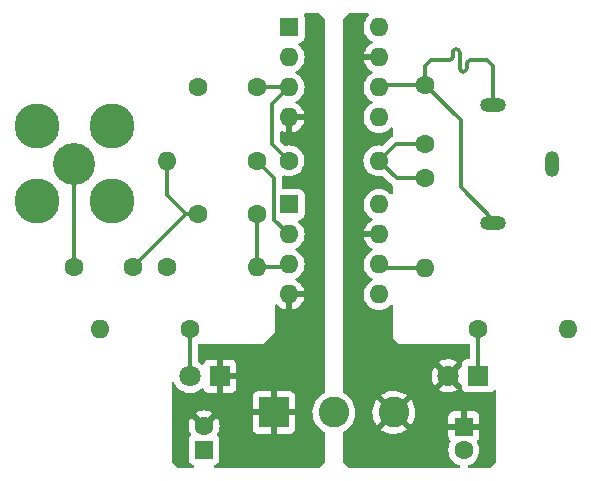
<source format=gtl>
%TF.GenerationSoftware,KiCad,Pcbnew,(6.0.7-1)-1*%
%TF.CreationDate,2022-08-15T15:41:10-06:00*%
%TF.ProjectId,bpf,6270662e-6b69-4636-9164-5f7063625858,1*%
%TF.SameCoordinates,Original*%
%TF.FileFunction,Copper,L1,Top*%
%TF.FilePolarity,Positive*%
%FSLAX46Y46*%
G04 Gerber Fmt 4.6, Leading zero omitted, Abs format (unit mm)*
G04 Created by KiCad (PCBNEW (6.0.7-1)-1) date 2022-08-15 15:41:10*
%MOMM*%
%LPD*%
G01*
G04 APERTURE LIST*
%TA.AperFunction,ComponentPad*%
%ADD10C,1.600000*%
%TD*%
%TA.AperFunction,ComponentPad*%
%ADD11O,1.600000X1.600000*%
%TD*%
%TA.AperFunction,ComponentPad*%
%ADD12R,2.600000X2.600000*%
%TD*%
%TA.AperFunction,ComponentPad*%
%ADD13C,2.600000*%
%TD*%
%TA.AperFunction,ComponentPad*%
%ADD14R,1.800000X1.800000*%
%TD*%
%TA.AperFunction,ComponentPad*%
%ADD15C,1.800000*%
%TD*%
%TA.AperFunction,ComponentPad*%
%ADD16R,1.600000X1.600000*%
%TD*%
%TA.AperFunction,ComponentPad*%
%ADD17C,3.556000*%
%TD*%
%TA.AperFunction,ComponentPad*%
%ADD18C,3.810000*%
%TD*%
%TA.AperFunction,ComponentPad*%
%ADD19O,2.200000X1.200000*%
%TD*%
%TA.AperFunction,ComponentPad*%
%ADD20O,1.200000X2.200000*%
%TD*%
%TA.AperFunction,Conductor*%
%ADD21C,0.300000*%
%TD*%
G04 APERTURE END LIST*
D10*
X96250000Y-103500000D03*
D11*
X88630000Y-103500000D03*
D12*
X97665000Y-124805000D03*
D13*
X102745000Y-124805000D03*
X107825000Y-124805000D03*
D10*
X88630000Y-112500000D03*
D11*
X96250000Y-112500000D03*
D14*
X114965000Y-121705000D03*
D15*
X112425000Y-121705000D03*
D10*
X96250000Y-108000000D03*
X91250000Y-108000000D03*
D16*
X91750000Y-127955112D03*
D10*
X91750000Y-125955112D03*
D16*
X98950000Y-107200000D03*
D11*
X98950000Y-109740000D03*
X98950000Y-112280000D03*
X98950000Y-114820000D03*
X106570000Y-114820000D03*
X106570000Y-112280000D03*
X106570000Y-109740000D03*
X106570000Y-107200000D03*
D10*
X110500000Y-102050000D03*
X110500000Y-97050000D03*
X114940000Y-117750000D03*
D11*
X122560000Y-117750000D03*
D10*
X98940000Y-103500000D03*
D11*
X106560000Y-103500000D03*
D10*
X110500000Y-105000000D03*
D11*
X110500000Y-112620000D03*
D16*
X113750000Y-126000000D03*
D10*
X113750000Y-128000000D03*
D14*
X93085000Y-121750000D03*
D15*
X90545000Y-121750000D03*
D17*
X80750000Y-103750000D03*
D18*
X83925000Y-100575000D03*
X77575000Y-100575000D03*
X83925000Y-106925000D03*
X77575000Y-106925000D03*
D10*
X91250000Y-97250000D03*
X96250000Y-97250000D03*
D19*
X116250000Y-108750000D03*
D20*
X121250000Y-103750000D03*
D19*
X116250000Y-98750000D03*
D10*
X90560000Y-117750000D03*
D11*
X82940000Y-117750000D03*
D10*
X85750000Y-112500000D03*
X80750000Y-112500000D03*
D16*
X98950000Y-92200000D03*
D11*
X98950000Y-94740000D03*
X98950000Y-97280000D03*
X98950000Y-99820000D03*
X106570000Y-99820000D03*
X106570000Y-97280000D03*
X106570000Y-94740000D03*
X106570000Y-92200000D03*
D21*
X88630000Y-103500000D02*
X88630000Y-106380000D01*
X85750000Y-112500000D02*
X90250000Y-108000000D01*
X90250000Y-108000000D02*
X91250000Y-108000000D01*
X88630000Y-106380000D02*
X90250000Y-108000000D01*
X98920000Y-97250000D02*
X98950000Y-97280000D01*
X97500000Y-98730000D02*
X98950000Y-97280000D01*
X96250000Y-97250000D02*
X98920000Y-97250000D01*
X98940000Y-103500000D02*
X97500000Y-102060000D01*
X97500000Y-102060000D02*
X97500000Y-98730000D01*
X115750000Y-95000000D02*
X116250000Y-95500000D01*
X113500000Y-100050000D02*
X110500000Y-97050000D01*
X112800000Y-94700000D02*
X112800000Y-94335410D01*
X106800000Y-97050000D02*
X106570000Y-97280000D01*
X110500000Y-97050000D02*
X110500000Y-95500000D01*
X110500000Y-95500000D02*
X111000000Y-95000000D01*
X116250000Y-108500000D02*
X113500000Y-105750000D01*
X114300000Y-95000000D02*
X115193198Y-95000000D01*
X110500000Y-97050000D02*
X106800000Y-97050000D01*
X116250000Y-95500000D02*
X116250000Y-98750000D01*
X116250000Y-108750000D02*
X116250000Y-108500000D01*
X113400000Y-94335410D02*
X113400000Y-94700000D01*
X111000000Y-95000000D02*
X112500000Y-95000000D01*
X114000000Y-95664590D02*
X114000000Y-95300000D01*
X115193198Y-95000000D02*
X115750000Y-95000000D01*
X113400000Y-94700000D02*
X113400000Y-95664590D01*
X113500000Y-105750000D02*
X113500000Y-100050000D01*
X113399990Y-94335410D02*
G75*
G03*
X113100000Y-94035410I-299990J10D01*
G01*
X114300000Y-95000000D02*
G75*
G03*
X114000000Y-95300000I0J-300000D01*
G01*
X113100000Y-94035400D02*
G75*
G03*
X112800000Y-94335410I0J-300000D01*
G01*
X113999990Y-95664590D02*
G75*
G02*
X113700000Y-95964590I-299990J-10D01*
G01*
X113700000Y-95964600D02*
G75*
G02*
X113400000Y-95664590I0J300000D01*
G01*
X112800000Y-94700000D02*
G75*
G02*
X112500000Y-95000000I-300000J0D01*
G01*
X110500000Y-105000000D02*
X108060000Y-105000000D01*
X110500000Y-102050000D02*
X108010000Y-102050000D01*
X108010000Y-102050000D02*
X106560000Y-103500000D01*
X108060000Y-105000000D02*
X106560000Y-103500000D01*
X80750000Y-103500000D02*
X80750000Y-112500000D01*
X96250000Y-112500000D02*
X98730000Y-112500000D01*
X98730000Y-112500000D02*
X98950000Y-112280000D01*
X96250000Y-108000000D02*
X96250000Y-112500000D01*
X114965000Y-117775000D02*
X114940000Y-117750000D01*
X114965000Y-121705000D02*
X114965000Y-117775000D01*
X90545000Y-121750000D02*
X90545000Y-117765000D01*
X90545000Y-117765000D02*
X90560000Y-117750000D01*
X106910000Y-112620000D02*
X106570000Y-112280000D01*
X96250000Y-103500000D02*
X97700000Y-104950000D01*
X110500000Y-112620000D02*
X106910000Y-112620000D01*
X97700000Y-108490000D02*
X98950000Y-109740000D01*
X97700000Y-104950000D02*
X97700000Y-108490000D01*
%TA.AperFunction,Conductor*%
G36*
X105674933Y-91028502D02*
G01*
X105721426Y-91082158D01*
X105731530Y-91152432D01*
X105702036Y-91217012D01*
X105695907Y-91223595D01*
X105563802Y-91355700D01*
X105432477Y-91543251D01*
X105430154Y-91548233D01*
X105430151Y-91548238D01*
X105338039Y-91745775D01*
X105335716Y-91750757D01*
X105276457Y-91971913D01*
X105256502Y-92200000D01*
X105276457Y-92428087D01*
X105335716Y-92649243D01*
X105338039Y-92654224D01*
X105338039Y-92654225D01*
X105430151Y-92851762D01*
X105430154Y-92851767D01*
X105432477Y-92856749D01*
X105563802Y-93044300D01*
X105725700Y-93206198D01*
X105730208Y-93209355D01*
X105730211Y-93209357D01*
X105808389Y-93264098D01*
X105913251Y-93337523D01*
X105918233Y-93339846D01*
X105918238Y-93339849D01*
X105953049Y-93356081D01*
X106006334Y-93402998D01*
X106025795Y-93471275D01*
X106005253Y-93539235D01*
X105953049Y-93584471D01*
X105918489Y-93600586D01*
X105908993Y-93606069D01*
X105730533Y-93731028D01*
X105722125Y-93738084D01*
X105568084Y-93892125D01*
X105561028Y-93900533D01*
X105436069Y-94078993D01*
X105430586Y-94088489D01*
X105338510Y-94285947D01*
X105334764Y-94296239D01*
X105288606Y-94468503D01*
X105288942Y-94482599D01*
X105296884Y-94486000D01*
X106698000Y-94486000D01*
X106766121Y-94506002D01*
X106812614Y-94559658D01*
X106824000Y-94612000D01*
X106824000Y-94868000D01*
X106803998Y-94936121D01*
X106750342Y-94982614D01*
X106698000Y-94994000D01*
X105302033Y-94994000D01*
X105288502Y-94997973D01*
X105287273Y-95006522D01*
X105334764Y-95183761D01*
X105338510Y-95194053D01*
X105430586Y-95391511D01*
X105436069Y-95401007D01*
X105561028Y-95579467D01*
X105568084Y-95587875D01*
X105722125Y-95741916D01*
X105730533Y-95748972D01*
X105908993Y-95873931D01*
X105918489Y-95879414D01*
X105953049Y-95895529D01*
X106006334Y-95942446D01*
X106025795Y-96010723D01*
X106005253Y-96078683D01*
X105953049Y-96123919D01*
X105918238Y-96140151D01*
X105918233Y-96140154D01*
X105913251Y-96142477D01*
X105808389Y-96215902D01*
X105730211Y-96270643D01*
X105730208Y-96270645D01*
X105725700Y-96273802D01*
X105563802Y-96435700D01*
X105560645Y-96440208D01*
X105560643Y-96440211D01*
X105520283Y-96497851D01*
X105432477Y-96623251D01*
X105430154Y-96628233D01*
X105430151Y-96628238D01*
X105339840Y-96821913D01*
X105335716Y-96830757D01*
X105276457Y-97051913D01*
X105256502Y-97280000D01*
X105276457Y-97508087D01*
X105335716Y-97729243D01*
X105338039Y-97734224D01*
X105338039Y-97734225D01*
X105430151Y-97931762D01*
X105430154Y-97931767D01*
X105432477Y-97936749D01*
X105435634Y-97941257D01*
X105549142Y-98103363D01*
X105563802Y-98124300D01*
X105725700Y-98286198D01*
X105730208Y-98289355D01*
X105730211Y-98289357D01*
X105767096Y-98315184D01*
X105913251Y-98417523D01*
X105918233Y-98419846D01*
X105918238Y-98419849D01*
X105952457Y-98435805D01*
X106005742Y-98482722D01*
X106025203Y-98550999D01*
X106004661Y-98618959D01*
X105952457Y-98664195D01*
X105918238Y-98680151D01*
X105918233Y-98680154D01*
X105913251Y-98682477D01*
X105894504Y-98695604D01*
X105730211Y-98810643D01*
X105730208Y-98810645D01*
X105725700Y-98813802D01*
X105563802Y-98975700D01*
X105432477Y-99163251D01*
X105430154Y-99168233D01*
X105430151Y-99168238D01*
X105409024Y-99213546D01*
X105335716Y-99370757D01*
X105276457Y-99591913D01*
X105256502Y-99820000D01*
X105276457Y-100048087D01*
X105277881Y-100053400D01*
X105277881Y-100053402D01*
X105293707Y-100112463D01*
X105335716Y-100269243D01*
X105338039Y-100274224D01*
X105338039Y-100274225D01*
X105430151Y-100471762D01*
X105430154Y-100471767D01*
X105432477Y-100476749D01*
X105563802Y-100664300D01*
X105725700Y-100826198D01*
X105730208Y-100829355D01*
X105730211Y-100829357D01*
X105808389Y-100884098D01*
X105913251Y-100957523D01*
X105918233Y-100959846D01*
X105918238Y-100959849D01*
X106098278Y-101043802D01*
X106120757Y-101054284D01*
X106126065Y-101055706D01*
X106126067Y-101055707D01*
X106336598Y-101112119D01*
X106336600Y-101112119D01*
X106341913Y-101113543D01*
X106570000Y-101133498D01*
X106798087Y-101113543D01*
X106803400Y-101112119D01*
X106803402Y-101112119D01*
X107013933Y-101055707D01*
X107013935Y-101055706D01*
X107019243Y-101054284D01*
X107041722Y-101043802D01*
X107221762Y-100959849D01*
X107221767Y-100959846D01*
X107226749Y-100957523D01*
X107331611Y-100884098D01*
X107409789Y-100829357D01*
X107409792Y-100829355D01*
X107414300Y-100826198D01*
X107534905Y-100705593D01*
X107597217Y-100671567D01*
X107668032Y-100676632D01*
X107724868Y-100719179D01*
X107749679Y-100785699D01*
X107750000Y-100794688D01*
X107750000Y-101362132D01*
X107729998Y-101430253D01*
X107689813Y-101467772D01*
X107690244Y-101468365D01*
X107683830Y-101473025D01*
X107652874Y-101495516D01*
X107642952Y-101502033D01*
X107610023Y-101521507D01*
X107610019Y-101521510D01*
X107603193Y-101525547D01*
X107588029Y-101540711D01*
X107572996Y-101553551D01*
X107555643Y-101566159D01*
X107527021Y-101600757D01*
X107526198Y-101601752D01*
X107518208Y-101610532D01*
X106945364Y-102183376D01*
X106883052Y-102217402D01*
X106823659Y-102215988D01*
X106793405Y-102207882D01*
X106788087Y-102206457D01*
X106560000Y-102186502D01*
X106331913Y-102206457D01*
X106326600Y-102207881D01*
X106326598Y-102207881D01*
X106116067Y-102264293D01*
X106116065Y-102264294D01*
X106110757Y-102265716D01*
X106105776Y-102268039D01*
X106105775Y-102268039D01*
X105908238Y-102360151D01*
X105908233Y-102360154D01*
X105903251Y-102362477D01*
X105798389Y-102435902D01*
X105720211Y-102490643D01*
X105720208Y-102490645D01*
X105715700Y-102493802D01*
X105553802Y-102655700D01*
X105550645Y-102660208D01*
X105550643Y-102660211D01*
X105518057Y-102706749D01*
X105422477Y-102843251D01*
X105420154Y-102848233D01*
X105420151Y-102848238D01*
X105375682Y-102943604D01*
X105325716Y-103050757D01*
X105266457Y-103271913D01*
X105246502Y-103500000D01*
X105266457Y-103728087D01*
X105325716Y-103949243D01*
X105328039Y-103954224D01*
X105328039Y-103954225D01*
X105420151Y-104151762D01*
X105420154Y-104151767D01*
X105422477Y-104156749D01*
X105425634Y-104161257D01*
X105526345Y-104305087D01*
X105553802Y-104344300D01*
X105715700Y-104506198D01*
X105720208Y-104509355D01*
X105720211Y-104509357D01*
X105779337Y-104550757D01*
X105903251Y-104637523D01*
X105908233Y-104639846D01*
X105908238Y-104639849D01*
X106105775Y-104731961D01*
X106110757Y-104734284D01*
X106116065Y-104735706D01*
X106116067Y-104735707D01*
X106326598Y-104792119D01*
X106326600Y-104792119D01*
X106331913Y-104793543D01*
X106560000Y-104813498D01*
X106788087Y-104793543D01*
X106793400Y-104792119D01*
X106793402Y-104792119D01*
X106823657Y-104784012D01*
X106894633Y-104785702D01*
X106945363Y-104816623D01*
X107536345Y-105407604D01*
X107544336Y-105416386D01*
X107548584Y-105423080D01*
X107554363Y-105428507D01*
X107600274Y-105471621D01*
X107603083Y-105474343D01*
X107623667Y-105494926D01*
X107626791Y-105497349D01*
X107626793Y-105497351D01*
X107627163Y-105497638D01*
X107636191Y-105505348D01*
X107669867Y-105536972D01*
X107676813Y-105540790D01*
X107676815Y-105540792D01*
X107684698Y-105545125D01*
X107734758Y-105595469D01*
X107750000Y-105655541D01*
X107750000Y-106225312D01*
X107729998Y-106293433D01*
X107676342Y-106339926D01*
X107606068Y-106350030D01*
X107541488Y-106320536D01*
X107534905Y-106314407D01*
X107414300Y-106193802D01*
X107409792Y-106190645D01*
X107409789Y-106190643D01*
X107331611Y-106135902D01*
X107226749Y-106062477D01*
X107221767Y-106060154D01*
X107221762Y-106060151D01*
X107024225Y-105968039D01*
X107024224Y-105968039D01*
X107019243Y-105965716D01*
X107013935Y-105964294D01*
X107013933Y-105964293D01*
X106803402Y-105907881D01*
X106803400Y-105907881D01*
X106798087Y-105906457D01*
X106570000Y-105886502D01*
X106341913Y-105906457D01*
X106336600Y-105907881D01*
X106336598Y-105907881D01*
X106126067Y-105964293D01*
X106126065Y-105964294D01*
X106120757Y-105965716D01*
X106115776Y-105968039D01*
X106115775Y-105968039D01*
X105918238Y-106060151D01*
X105918233Y-106060154D01*
X105913251Y-106062477D01*
X105808389Y-106135902D01*
X105730211Y-106190643D01*
X105730208Y-106190645D01*
X105725700Y-106193802D01*
X105563802Y-106355700D01*
X105432477Y-106543251D01*
X105430154Y-106548233D01*
X105430151Y-106548238D01*
X105338039Y-106745775D01*
X105335716Y-106750757D01*
X105276457Y-106971913D01*
X105256502Y-107200000D01*
X105276457Y-107428087D01*
X105335716Y-107649243D01*
X105338039Y-107654224D01*
X105338039Y-107654225D01*
X105430151Y-107851762D01*
X105430154Y-107851767D01*
X105432477Y-107856749D01*
X105435634Y-107861257D01*
X105548460Y-108022389D01*
X105563802Y-108044300D01*
X105725700Y-108206198D01*
X105730208Y-108209355D01*
X105730211Y-108209357D01*
X105808389Y-108264098D01*
X105913251Y-108337523D01*
X105918233Y-108339846D01*
X105918238Y-108339849D01*
X105953049Y-108356081D01*
X106006334Y-108402998D01*
X106025795Y-108471275D01*
X106005253Y-108539235D01*
X105953049Y-108584471D01*
X105918489Y-108600586D01*
X105908993Y-108606069D01*
X105730533Y-108731028D01*
X105722125Y-108738084D01*
X105568084Y-108892125D01*
X105561028Y-108900533D01*
X105436069Y-109078993D01*
X105430586Y-109088489D01*
X105338510Y-109285947D01*
X105334764Y-109296239D01*
X105288606Y-109468503D01*
X105288942Y-109482599D01*
X105296884Y-109486000D01*
X106698000Y-109486000D01*
X106766121Y-109506002D01*
X106812614Y-109559658D01*
X106824000Y-109612000D01*
X106824000Y-109868000D01*
X106803998Y-109936121D01*
X106750342Y-109982614D01*
X106698000Y-109994000D01*
X105302033Y-109994000D01*
X105288502Y-109997973D01*
X105287273Y-110006522D01*
X105334764Y-110183761D01*
X105338510Y-110194053D01*
X105430586Y-110391511D01*
X105436069Y-110401007D01*
X105561028Y-110579467D01*
X105568084Y-110587875D01*
X105722125Y-110741916D01*
X105730533Y-110748972D01*
X105908993Y-110873931D01*
X105918489Y-110879414D01*
X105953049Y-110895529D01*
X106006334Y-110942446D01*
X106025795Y-111010723D01*
X106005253Y-111078683D01*
X105953049Y-111123919D01*
X105918238Y-111140151D01*
X105918233Y-111140154D01*
X105913251Y-111142477D01*
X105808389Y-111215902D01*
X105730211Y-111270643D01*
X105730208Y-111270645D01*
X105725700Y-111273802D01*
X105563802Y-111435700D01*
X105432477Y-111623251D01*
X105430154Y-111628233D01*
X105430151Y-111628238D01*
X105361389Y-111775700D01*
X105335716Y-111830757D01*
X105276457Y-112051913D01*
X105256502Y-112280000D01*
X105276457Y-112508087D01*
X105335716Y-112729243D01*
X105338039Y-112734224D01*
X105338039Y-112734225D01*
X105430151Y-112931762D01*
X105430154Y-112931767D01*
X105432477Y-112936749D01*
X105435634Y-112941257D01*
X105525251Y-113069243D01*
X105563802Y-113124300D01*
X105725700Y-113286198D01*
X105730208Y-113289355D01*
X105730211Y-113289357D01*
X105747249Y-113301287D01*
X105913251Y-113417523D01*
X105918233Y-113419846D01*
X105918238Y-113419849D01*
X105952457Y-113435805D01*
X106005742Y-113482722D01*
X106025203Y-113550999D01*
X106004661Y-113618959D01*
X105952457Y-113664195D01*
X105918238Y-113680151D01*
X105918233Y-113680154D01*
X105913251Y-113682477D01*
X105808389Y-113755902D01*
X105730211Y-113810643D01*
X105730208Y-113810645D01*
X105725700Y-113813802D01*
X105563802Y-113975700D01*
X105432477Y-114163251D01*
X105430154Y-114168233D01*
X105430151Y-114168238D01*
X105338039Y-114365775D01*
X105335716Y-114370757D01*
X105276457Y-114591913D01*
X105256502Y-114820000D01*
X105276457Y-115048087D01*
X105335716Y-115269243D01*
X105338039Y-115274224D01*
X105338039Y-115274225D01*
X105430151Y-115471762D01*
X105430154Y-115471767D01*
X105432477Y-115476749D01*
X105563802Y-115664300D01*
X105725700Y-115826198D01*
X105730208Y-115829355D01*
X105730211Y-115829357D01*
X105808389Y-115884098D01*
X105913251Y-115957523D01*
X105918233Y-115959846D01*
X105918238Y-115959849D01*
X106115775Y-116051961D01*
X106120757Y-116054284D01*
X106126065Y-116055706D01*
X106126067Y-116055707D01*
X106336598Y-116112119D01*
X106336600Y-116112119D01*
X106341913Y-116113543D01*
X106570000Y-116133498D01*
X106798087Y-116113543D01*
X106803400Y-116112119D01*
X106803402Y-116112119D01*
X107013933Y-116055707D01*
X107013935Y-116055706D01*
X107019243Y-116054284D01*
X107024225Y-116051961D01*
X107221762Y-115959849D01*
X107221767Y-115959846D01*
X107226749Y-115957523D01*
X107331611Y-115884098D01*
X107409789Y-115829357D01*
X107409792Y-115829355D01*
X107414300Y-115826198D01*
X107534905Y-115705593D01*
X107597217Y-115671567D01*
X107668032Y-115676632D01*
X107724868Y-115719179D01*
X107749679Y-115785699D01*
X107750000Y-115794688D01*
X107750000Y-118500000D01*
X108250000Y-119000000D01*
X114180500Y-119000000D01*
X114248621Y-119020002D01*
X114295114Y-119073658D01*
X114306500Y-119126000D01*
X114306500Y-120170500D01*
X114286498Y-120238621D01*
X114232842Y-120285114D01*
X114180500Y-120296500D01*
X114016866Y-120296500D01*
X113954684Y-120303255D01*
X113818295Y-120354385D01*
X113701739Y-120441739D01*
X113614385Y-120558295D01*
X113563255Y-120694684D01*
X113556500Y-120756866D01*
X113556500Y-120880520D01*
X113536498Y-120948641D01*
X113519595Y-120969616D01*
X112797021Y-121692189D01*
X112789408Y-121706132D01*
X112789539Y-121707966D01*
X112793790Y-121714580D01*
X113519595Y-122440384D01*
X113553620Y-122502697D01*
X113556500Y-122529480D01*
X113556500Y-122653134D01*
X113563255Y-122715316D01*
X113614385Y-122851705D01*
X113701739Y-122968261D01*
X113818295Y-123055615D01*
X113954684Y-123106745D01*
X114016866Y-123113500D01*
X115913134Y-123113500D01*
X115975316Y-123106745D01*
X116111705Y-123055615D01*
X116228261Y-122968261D01*
X116273174Y-122908334D01*
X116330033Y-122865819D01*
X116400852Y-122860793D01*
X116463145Y-122894853D01*
X116497135Y-122957184D01*
X116500000Y-122983899D01*
X116500000Y-128947810D01*
X116479998Y-129015931D01*
X116463095Y-129036905D01*
X116045405Y-129454595D01*
X115983093Y-129488621D01*
X115956310Y-129491500D01*
X114196366Y-129491500D01*
X114128245Y-129471498D01*
X114081752Y-129417842D01*
X114071648Y-129347568D01*
X114101142Y-129282988D01*
X114163755Y-129243793D01*
X114193933Y-129235707D01*
X114193935Y-129235706D01*
X114199243Y-129234284D01*
X114204225Y-129231961D01*
X114401762Y-129139849D01*
X114401767Y-129139846D01*
X114406749Y-129137523D01*
X114580400Y-129015931D01*
X114589789Y-129009357D01*
X114589792Y-129009355D01*
X114594300Y-129006198D01*
X114756198Y-128844300D01*
X114887523Y-128656749D01*
X114889846Y-128651767D01*
X114889849Y-128651762D01*
X114981961Y-128454225D01*
X114981961Y-128454224D01*
X114984284Y-128449243D01*
X115043543Y-128228087D01*
X115063498Y-128000000D01*
X115043543Y-127771913D01*
X114984284Y-127550757D01*
X114981961Y-127545775D01*
X114889849Y-127348238D01*
X114889846Y-127348233D01*
X114887523Y-127343251D01*
X114884363Y-127338738D01*
X114883410Y-127337376D01*
X114883175Y-127336680D01*
X114881617Y-127333981D01*
X114882160Y-127333668D01*
X114860726Y-127270100D01*
X114878015Y-127201241D01*
X114900656Y-127175919D01*
X114899373Y-127174636D01*
X114918285Y-127155724D01*
X114994786Y-127053649D01*
X115003324Y-127038054D01*
X115048478Y-126917606D01*
X115052105Y-126902351D01*
X115057631Y-126851486D01*
X115058000Y-126844672D01*
X115058000Y-126272115D01*
X115053525Y-126256876D01*
X115052135Y-126255671D01*
X115044452Y-126254000D01*
X112460116Y-126254000D01*
X112444877Y-126258475D01*
X112443672Y-126259865D01*
X112442001Y-126267548D01*
X112442001Y-126844669D01*
X112442371Y-126851490D01*
X112447895Y-126902352D01*
X112451521Y-126917604D01*
X112496676Y-127038054D01*
X112505214Y-127053649D01*
X112581715Y-127155724D01*
X112600627Y-127174636D01*
X112598369Y-127176894D01*
X112631457Y-127221154D01*
X112636476Y-127291973D01*
X112618139Y-127333840D01*
X112618383Y-127333981D01*
X112617115Y-127336177D01*
X112616590Y-127337376D01*
X112615637Y-127338738D01*
X112612477Y-127343251D01*
X112610154Y-127348233D01*
X112610151Y-127348238D01*
X112518039Y-127545775D01*
X112515716Y-127550757D01*
X112456457Y-127771913D01*
X112436502Y-128000000D01*
X112456457Y-128228087D01*
X112515716Y-128449243D01*
X112518039Y-128454224D01*
X112518039Y-128454225D01*
X112610151Y-128651762D01*
X112610154Y-128651767D01*
X112612477Y-128656749D01*
X112743802Y-128844300D01*
X112905700Y-129006198D01*
X112910208Y-129009355D01*
X112910211Y-129009357D01*
X112919600Y-129015931D01*
X113093251Y-129137523D01*
X113098233Y-129139846D01*
X113098238Y-129139849D01*
X113295775Y-129231961D01*
X113300757Y-129234284D01*
X113306065Y-129235706D01*
X113306067Y-129235707D01*
X113336245Y-129243793D01*
X113396868Y-129280745D01*
X113427889Y-129344605D01*
X113419461Y-129415100D01*
X113374258Y-129469847D01*
X113303634Y-129491500D01*
X104043690Y-129491500D01*
X103975569Y-129471498D01*
X103954595Y-129454595D01*
X103536905Y-129036905D01*
X103502879Y-128974593D01*
X103500000Y-128947810D01*
X103500000Y-126532068D01*
X103520002Y-126463947D01*
X103574177Y-126418067D01*
X103573967Y-126417664D01*
X103575749Y-126416736D01*
X103576264Y-126416300D01*
X103578112Y-126415506D01*
X103578120Y-126415502D01*
X103582414Y-126413657D01*
X103701751Y-126339809D01*
X103807017Y-126274669D01*
X103807021Y-126274666D01*
X103810990Y-126272210D01*
X103837337Y-126249906D01*
X106744839Y-126249906D01*
X106753553Y-126261427D01*
X106860452Y-126339809D01*
X106868351Y-126344745D01*
X107097905Y-126465519D01*
X107106454Y-126469236D01*
X107351327Y-126554749D01*
X107360336Y-126557163D01*
X107615166Y-126605544D01*
X107624423Y-126606598D01*
X107883607Y-126616783D01*
X107892921Y-126616457D01*
X108150753Y-126588220D01*
X108159930Y-126586519D01*
X108410758Y-126520481D01*
X108419574Y-126517445D01*
X108657880Y-126415062D01*
X108666167Y-126410748D01*
X108886718Y-126274266D01*
X108894268Y-126268780D01*
X108899559Y-126264301D01*
X108907997Y-126251497D01*
X108901935Y-126241145D01*
X107837812Y-125177022D01*
X107823868Y-125169408D01*
X107822035Y-125169539D01*
X107815420Y-125173790D01*
X106751497Y-126237713D01*
X106744839Y-126249906D01*
X103837337Y-126249906D01*
X104016149Y-126098530D01*
X104193382Y-125896434D01*
X104200631Y-125885165D01*
X104336269Y-125674291D01*
X104338797Y-125670361D01*
X104449199Y-125425278D01*
X104486247Y-125293917D01*
X104520893Y-125171072D01*
X104520894Y-125171069D01*
X104522163Y-125166568D01*
X104556086Y-124899915D01*
X104556170Y-124896733D01*
X104557543Y-124844276D01*
X104558571Y-124805000D01*
X104555391Y-124762211D01*
X106012775Y-124762211D01*
X106025220Y-125021288D01*
X106026356Y-125030543D01*
X106076961Y-125284945D01*
X106079449Y-125293917D01*
X106167095Y-125538033D01*
X106170895Y-125546568D01*
X106293658Y-125775042D01*
X106298666Y-125782904D01*
X106368720Y-125876716D01*
X106379979Y-125885165D01*
X106392397Y-125878393D01*
X107452978Y-124817812D01*
X107459356Y-124806132D01*
X108189408Y-124806132D01*
X108189539Y-124807965D01*
X108193790Y-124814580D01*
X109261094Y-125881884D01*
X109273474Y-125888644D01*
X109281815Y-125882400D01*
X109381203Y-125727885D01*
X112442000Y-125727885D01*
X112446475Y-125743124D01*
X112447865Y-125744329D01*
X112455548Y-125746000D01*
X113477885Y-125746000D01*
X113493124Y-125741525D01*
X113494329Y-125740135D01*
X113496000Y-125732452D01*
X113496000Y-125727885D01*
X114004000Y-125727885D01*
X114008475Y-125743124D01*
X114009865Y-125744329D01*
X114017548Y-125746000D01*
X115039884Y-125746000D01*
X115055123Y-125741525D01*
X115056328Y-125740135D01*
X115057999Y-125732452D01*
X115057999Y-125155331D01*
X115057629Y-125148510D01*
X115052105Y-125097648D01*
X115048479Y-125082396D01*
X115003324Y-124961946D01*
X114994786Y-124946351D01*
X114918285Y-124844276D01*
X114905724Y-124831715D01*
X114803649Y-124755214D01*
X114788054Y-124746676D01*
X114667606Y-124701522D01*
X114652351Y-124697895D01*
X114601486Y-124692369D01*
X114594672Y-124692000D01*
X114022115Y-124692000D01*
X114006876Y-124696475D01*
X114005671Y-124697865D01*
X114004000Y-124705548D01*
X114004000Y-125727885D01*
X113496000Y-125727885D01*
X113496000Y-124710116D01*
X113491525Y-124694877D01*
X113490135Y-124693672D01*
X113482452Y-124692001D01*
X112905331Y-124692001D01*
X112898510Y-124692371D01*
X112847648Y-124697895D01*
X112832396Y-124701521D01*
X112711946Y-124746676D01*
X112696351Y-124755214D01*
X112594276Y-124831715D01*
X112581715Y-124844276D01*
X112505214Y-124946351D01*
X112496676Y-124961946D01*
X112451522Y-125082394D01*
X112447895Y-125097649D01*
X112442369Y-125148514D01*
X112442000Y-125155328D01*
X112442000Y-125727885D01*
X109381203Y-125727885D01*
X109415832Y-125674048D01*
X109420275Y-125665864D01*
X109526807Y-125429370D01*
X109529997Y-125420605D01*
X109600402Y-125170972D01*
X109602262Y-125161830D01*
X109635187Y-124903019D01*
X109635668Y-124896733D01*
X109637987Y-124808160D01*
X109637836Y-124801851D01*
X109618501Y-124541663D01*
X109617125Y-124532457D01*
X109559878Y-124279467D01*
X109557154Y-124270556D01*
X109463143Y-124028806D01*
X109459132Y-124020397D01*
X109330422Y-123795202D01*
X109325211Y-123787476D01*
X109281996Y-123732658D01*
X109270071Y-123724187D01*
X109258537Y-123730673D01*
X108197022Y-124792188D01*
X108189408Y-124806132D01*
X107459356Y-124806132D01*
X107460592Y-124803868D01*
X107460461Y-124802035D01*
X107456210Y-124795420D01*
X106390816Y-123730026D01*
X106377507Y-123722758D01*
X106367472Y-123729878D01*
X106351937Y-123748556D01*
X106346531Y-123756135D01*
X106211965Y-123977891D01*
X106207736Y-123986192D01*
X106107432Y-124225389D01*
X106104471Y-124234239D01*
X106040628Y-124485625D01*
X106039006Y-124494822D01*
X106013020Y-124752885D01*
X106012775Y-124762211D01*
X104555391Y-124762211D01*
X104538650Y-124536937D01*
X104537619Y-124532379D01*
X104480361Y-124279331D01*
X104480360Y-124279326D01*
X104479327Y-124274763D01*
X104381902Y-124024238D01*
X104248518Y-123790864D01*
X104201068Y-123730673D01*
X104182416Y-123707014D01*
X104082105Y-123579769D01*
X103886317Y-123395591D01*
X103831682Y-123357689D01*
X106742102Y-123357689D01*
X106746675Y-123367465D01*
X107812188Y-124432978D01*
X107826132Y-124440592D01*
X107827965Y-124440461D01*
X107834580Y-124436210D01*
X108899349Y-123371441D01*
X108905733Y-123359751D01*
X108896321Y-123347641D01*
X108749045Y-123245471D01*
X108741010Y-123240738D01*
X108508376Y-123126016D01*
X108499743Y-123122528D01*
X108252703Y-123043450D01*
X108243643Y-123041274D01*
X107987630Y-122999580D01*
X107978343Y-122998768D01*
X107718992Y-122995373D01*
X107709681Y-122995943D01*
X107452682Y-123030919D01*
X107443546Y-123032860D01*
X107194543Y-123105439D01*
X107185800Y-123108707D01*
X106950252Y-123217296D01*
X106942097Y-123221816D01*
X106751240Y-123346947D01*
X106742102Y-123357689D01*
X103831682Y-123357689D01*
X103729751Y-123286976D01*
X103669299Y-123245039D01*
X103669296Y-123245037D01*
X103665457Y-123242374D01*
X103570272Y-123195434D01*
X103518023Y-123147366D01*
X103500000Y-123082428D01*
X103500000Y-122866406D01*
X111628423Y-122866406D01*
X111633704Y-122873461D01*
X111810080Y-122976527D01*
X111819363Y-122980974D01*
X112026003Y-123059883D01*
X112035901Y-123062759D01*
X112252653Y-123106857D01*
X112262883Y-123108076D01*
X112483914Y-123116182D01*
X112494223Y-123115714D01*
X112713623Y-123087608D01*
X112723688Y-123085468D01*
X112935557Y-123021905D01*
X112945152Y-123018144D01*
X113143778Y-122920838D01*
X113152636Y-122915559D01*
X113210097Y-122874572D01*
X113218497Y-122863874D01*
X113211510Y-122850721D01*
X112437811Y-122077021D01*
X112423868Y-122069408D01*
X112422034Y-122069539D01*
X112415420Y-122073790D01*
X111635180Y-122854031D01*
X111628423Y-122866406D01*
X103500000Y-122866406D01*
X103500000Y-121675638D01*
X111012893Y-121675638D01*
X111025627Y-121896468D01*
X111027061Y-121906670D01*
X111075685Y-122122439D01*
X111078773Y-122132292D01*
X111161986Y-122337220D01*
X111166634Y-122346421D01*
X111255097Y-122490781D01*
X111265553Y-122500242D01*
X111274331Y-122496458D01*
X112052979Y-121717811D01*
X112060592Y-121703868D01*
X112060461Y-121702034D01*
X112056210Y-121695420D01*
X111278862Y-120918073D01*
X111267330Y-120911776D01*
X111255048Y-120921399D01*
X111199467Y-121002877D01*
X111194379Y-121011833D01*
X111101252Y-121212459D01*
X111097689Y-121222146D01*
X111038581Y-121435280D01*
X111036650Y-121445400D01*
X111013145Y-121665349D01*
X111012893Y-121675638D01*
X103500000Y-121675638D01*
X103500000Y-120545711D01*
X111630508Y-120545711D01*
X111637251Y-120558040D01*
X112412189Y-121332979D01*
X112426132Y-121340592D01*
X112427966Y-121340461D01*
X112434580Y-121336210D01*
X113213994Y-120556795D01*
X113221011Y-120543944D01*
X113213237Y-120533274D01*
X113210902Y-120531430D01*
X113202320Y-120525729D01*
X113008678Y-120418833D01*
X112999272Y-120414606D01*
X112790772Y-120340772D01*
X112780809Y-120338140D01*
X112563047Y-120299350D01*
X112552796Y-120298381D01*
X112331616Y-120295679D01*
X112321332Y-120296399D01*
X112102693Y-120329855D01*
X112092666Y-120332244D01*
X111882426Y-120400961D01*
X111872916Y-120404958D01*
X111676725Y-120507089D01*
X111668007Y-120512578D01*
X111638961Y-120534386D01*
X111630508Y-120545711D01*
X103500000Y-120545711D01*
X103500000Y-91552190D01*
X103520002Y-91484069D01*
X103536905Y-91463095D01*
X103954595Y-91045405D01*
X104016907Y-91011379D01*
X104043690Y-91008500D01*
X105606812Y-91008500D01*
X105674933Y-91028502D01*
G37*
%TD.AperFunction*%
%TA.AperFunction,Conductor*%
G36*
X101524431Y-91028502D02*
G01*
X101545405Y-91045405D01*
X101963095Y-91463095D01*
X101997121Y-91525407D01*
X102000000Y-91552190D01*
X102000000Y-123076273D01*
X101979998Y-123144394D01*
X101926751Y-123190699D01*
X101865763Y-123218815D01*
X101861854Y-123221378D01*
X101644881Y-123363631D01*
X101644876Y-123363635D01*
X101640968Y-123366197D01*
X101440426Y-123545188D01*
X101268544Y-123751854D01*
X101129096Y-123981656D01*
X101025148Y-124229545D01*
X100958981Y-124490077D01*
X100932050Y-124757526D01*
X100932274Y-124762192D01*
X100932274Y-124762197D01*
X100936830Y-124857035D01*
X100944947Y-125026019D01*
X100997388Y-125289656D01*
X101088220Y-125542646D01*
X101090432Y-125546762D01*
X101090433Y-125546765D01*
X101156844Y-125670361D01*
X101215450Y-125779431D01*
X101218241Y-125783168D01*
X101218245Y-125783175D01*
X101302820Y-125896434D01*
X101376281Y-125994810D01*
X101379590Y-125998090D01*
X101379595Y-125998096D01*
X101539374Y-126156486D01*
X101567180Y-126184050D01*
X101570942Y-126186808D01*
X101570945Y-126186811D01*
X101623338Y-126225227D01*
X101783954Y-126342995D01*
X101788089Y-126345171D01*
X101788093Y-126345173D01*
X101932668Y-126421238D01*
X101983640Y-126470658D01*
X102000000Y-126532746D01*
X102000000Y-128947810D01*
X101979998Y-129015931D01*
X101963095Y-129036905D01*
X101545405Y-129454595D01*
X101483093Y-129488621D01*
X101456310Y-129491500D01*
X92729458Y-129491500D01*
X92661337Y-129471498D01*
X92614844Y-129417842D01*
X92604740Y-129347568D01*
X92634234Y-129282988D01*
X92685228Y-129247518D01*
X92788297Y-129208879D01*
X92796705Y-129205727D01*
X92913261Y-129118373D01*
X93000615Y-129001817D01*
X93051745Y-128865428D01*
X93058500Y-128803246D01*
X93058500Y-127106978D01*
X93051745Y-127044796D01*
X93000615Y-126908407D01*
X92966292Y-126862610D01*
X92918645Y-126799034D01*
X92918642Y-126799031D01*
X92913261Y-126791851D01*
X92906081Y-126786470D01*
X92899730Y-126780119D01*
X92901872Y-126777977D01*
X92868436Y-126733266D01*
X92863406Y-126662448D01*
X92881523Y-126621077D01*
X92881182Y-126620880D01*
X92882952Y-126617814D01*
X92883299Y-126617022D01*
X92883929Y-126616123D01*
X92889414Y-126606623D01*
X92981490Y-126409165D01*
X92985236Y-126398873D01*
X93041625Y-126188424D01*
X93043528Y-126177631D01*
X93045974Y-126149669D01*
X95857001Y-126149669D01*
X95857371Y-126156490D01*
X95862895Y-126207352D01*
X95866521Y-126222604D01*
X95911676Y-126343054D01*
X95920214Y-126358649D01*
X95996715Y-126460724D01*
X96009276Y-126473285D01*
X96111351Y-126549786D01*
X96126946Y-126558324D01*
X96247394Y-126603478D01*
X96262649Y-126607105D01*
X96313514Y-126612631D01*
X96320328Y-126613000D01*
X97392885Y-126613000D01*
X97408124Y-126608525D01*
X97409329Y-126607135D01*
X97411000Y-126599452D01*
X97411000Y-126594884D01*
X97919000Y-126594884D01*
X97923475Y-126610123D01*
X97924865Y-126611328D01*
X97932548Y-126612999D01*
X99009669Y-126612999D01*
X99016490Y-126612629D01*
X99067352Y-126607105D01*
X99082604Y-126603479D01*
X99203054Y-126558324D01*
X99218649Y-126549786D01*
X99320724Y-126473285D01*
X99333285Y-126460724D01*
X99409786Y-126358649D01*
X99418324Y-126343054D01*
X99463478Y-126222606D01*
X99467105Y-126207351D01*
X99472631Y-126156486D01*
X99473000Y-126149672D01*
X99473000Y-125077115D01*
X99468525Y-125061876D01*
X99467135Y-125060671D01*
X99459452Y-125059000D01*
X97937115Y-125059000D01*
X97921876Y-125063475D01*
X97920671Y-125064865D01*
X97919000Y-125072548D01*
X97919000Y-126594884D01*
X97411000Y-126594884D01*
X97411000Y-125077115D01*
X97406525Y-125061876D01*
X97405135Y-125060671D01*
X97397452Y-125059000D01*
X95875116Y-125059000D01*
X95859877Y-125063475D01*
X95858672Y-125064865D01*
X95857001Y-125072548D01*
X95857001Y-126149669D01*
X93045974Y-126149669D01*
X93062517Y-125960587D01*
X93062517Y-125949637D01*
X93043528Y-125732593D01*
X93041625Y-125721800D01*
X92985236Y-125511351D01*
X92981490Y-125501059D01*
X92889414Y-125303601D01*
X92883931Y-125294106D01*
X92847491Y-125242064D01*
X92837012Y-125233688D01*
X92823566Y-125240756D01*
X91839095Y-126225227D01*
X91776783Y-126259253D01*
X91705968Y-126254188D01*
X91660905Y-126225227D01*
X90675713Y-125240035D01*
X90663938Y-125233605D01*
X90651923Y-125242901D01*
X90616069Y-125294106D01*
X90610586Y-125303601D01*
X90518510Y-125501059D01*
X90514764Y-125511351D01*
X90458375Y-125721800D01*
X90456472Y-125732593D01*
X90437483Y-125949637D01*
X90437483Y-125960587D01*
X90456472Y-126177631D01*
X90458375Y-126188424D01*
X90514764Y-126398873D01*
X90518510Y-126409165D01*
X90610586Y-126606623D01*
X90616071Y-126616123D01*
X90616701Y-126617022D01*
X90616856Y-126617482D01*
X90618818Y-126620880D01*
X90618135Y-126621274D01*
X90639388Y-126684296D01*
X90622102Y-126753156D01*
X90599066Y-126778915D01*
X90600270Y-126780119D01*
X90593919Y-126786470D01*
X90586739Y-126791851D01*
X90581358Y-126799031D01*
X90581355Y-126799034D01*
X90533708Y-126862610D01*
X90499385Y-126908407D01*
X90448255Y-127044796D01*
X90441500Y-127106978D01*
X90441500Y-128803246D01*
X90448255Y-128865428D01*
X90499385Y-129001817D01*
X90586739Y-129118373D01*
X90703295Y-129205727D01*
X90711703Y-129208879D01*
X90814772Y-129247518D01*
X90871536Y-129290160D01*
X90896236Y-129356721D01*
X90881029Y-129426070D01*
X90830743Y-129476188D01*
X90770542Y-129491500D01*
X89543690Y-129491500D01*
X89475569Y-129471498D01*
X89454595Y-129454595D01*
X89036905Y-129036905D01*
X89002879Y-128974593D01*
X89000000Y-128947810D01*
X89000000Y-124868100D01*
X91028576Y-124868100D01*
X91035644Y-124881546D01*
X91737188Y-125583090D01*
X91751132Y-125590704D01*
X91752965Y-125590573D01*
X91759580Y-125586322D01*
X92465077Y-124880825D01*
X92471507Y-124869050D01*
X92462211Y-124857035D01*
X92411006Y-124821181D01*
X92401511Y-124815698D01*
X92204053Y-124723622D01*
X92193761Y-124719876D01*
X91983312Y-124663487D01*
X91972519Y-124661584D01*
X91755475Y-124642595D01*
X91744525Y-124642595D01*
X91527481Y-124661584D01*
X91516688Y-124663487D01*
X91306239Y-124719876D01*
X91295947Y-124723622D01*
X91098489Y-124815698D01*
X91088994Y-124821181D01*
X91036952Y-124857621D01*
X91028576Y-124868100D01*
X89000000Y-124868100D01*
X89000000Y-124532885D01*
X95857000Y-124532885D01*
X95861475Y-124548124D01*
X95862865Y-124549329D01*
X95870548Y-124551000D01*
X97392885Y-124551000D01*
X97408124Y-124546525D01*
X97409329Y-124545135D01*
X97411000Y-124537452D01*
X97411000Y-124532885D01*
X97919000Y-124532885D01*
X97923475Y-124548124D01*
X97924865Y-124549329D01*
X97932548Y-124551000D01*
X99454884Y-124551000D01*
X99470123Y-124546525D01*
X99471328Y-124545135D01*
X99472999Y-124537452D01*
X99472999Y-123460331D01*
X99472629Y-123453510D01*
X99467105Y-123402648D01*
X99463479Y-123387396D01*
X99418324Y-123266946D01*
X99409786Y-123251351D01*
X99333285Y-123149276D01*
X99320724Y-123136715D01*
X99218649Y-123060214D01*
X99203054Y-123051676D01*
X99082606Y-123006522D01*
X99067351Y-123002895D01*
X99016486Y-122997369D01*
X99009672Y-122997000D01*
X97937115Y-122997000D01*
X97921876Y-123001475D01*
X97920671Y-123002865D01*
X97919000Y-123010548D01*
X97919000Y-124532885D01*
X97411000Y-124532885D01*
X97411000Y-123015116D01*
X97406525Y-122999877D01*
X97405135Y-122998672D01*
X97397452Y-122997001D01*
X96320331Y-122997001D01*
X96313510Y-122997371D01*
X96262648Y-123002895D01*
X96247396Y-123006521D01*
X96126946Y-123051676D01*
X96111351Y-123060214D01*
X96009276Y-123136715D01*
X95996715Y-123149276D01*
X95920214Y-123251351D01*
X95911676Y-123266946D01*
X95866522Y-123387394D01*
X95862895Y-123402649D01*
X95857369Y-123453514D01*
X95857000Y-123460328D01*
X95857000Y-124532885D01*
X89000000Y-124532885D01*
X89000000Y-122334308D01*
X89020002Y-122266187D01*
X89073658Y-122219694D01*
X89143932Y-122209590D01*
X89208512Y-122239084D01*
X89242743Y-122286904D01*
X89283484Y-122387237D01*
X89404501Y-122584719D01*
X89556147Y-122759784D01*
X89734349Y-122907730D01*
X89934322Y-123024584D01*
X90150694Y-123107209D01*
X90155760Y-123108240D01*
X90155761Y-123108240D01*
X90208846Y-123119040D01*
X90377656Y-123153385D01*
X90508324Y-123158176D01*
X90603949Y-123161683D01*
X90603953Y-123161683D01*
X90609113Y-123161872D01*
X90614233Y-123161216D01*
X90614235Y-123161216D01*
X90713668Y-123148478D01*
X90838847Y-123132442D01*
X90843795Y-123130957D01*
X90843802Y-123130956D01*
X91055747Y-123067369D01*
X91060690Y-123065886D01*
X91072268Y-123060214D01*
X91264049Y-122966262D01*
X91264052Y-122966260D01*
X91268684Y-122963991D01*
X91457243Y-122829494D01*
X91460898Y-122825852D01*
X91460906Y-122825845D01*
X91502697Y-122784199D01*
X91565068Y-122750282D01*
X91635875Y-122755470D01*
X91692637Y-122798116D01*
X91709619Y-122829218D01*
X91731677Y-122888056D01*
X91740214Y-122903649D01*
X91816715Y-123005724D01*
X91829276Y-123018285D01*
X91931351Y-123094786D01*
X91946946Y-123103324D01*
X92067394Y-123148478D01*
X92082649Y-123152105D01*
X92133514Y-123157631D01*
X92140328Y-123158000D01*
X92812885Y-123158000D01*
X92828124Y-123153525D01*
X92829329Y-123152135D01*
X92831000Y-123144452D01*
X92831000Y-123139884D01*
X93339000Y-123139884D01*
X93343475Y-123155123D01*
X93344865Y-123156328D01*
X93352548Y-123157999D01*
X94029669Y-123157999D01*
X94036490Y-123157629D01*
X94087352Y-123152105D01*
X94102604Y-123148479D01*
X94223054Y-123103324D01*
X94238649Y-123094786D01*
X94340724Y-123018285D01*
X94353285Y-123005724D01*
X94429786Y-122903649D01*
X94438324Y-122888054D01*
X94483478Y-122767606D01*
X94487105Y-122752351D01*
X94492631Y-122701486D01*
X94493000Y-122694672D01*
X94493000Y-122022115D01*
X94488525Y-122006876D01*
X94487135Y-122005671D01*
X94479452Y-122004000D01*
X93357115Y-122004000D01*
X93341876Y-122008475D01*
X93340671Y-122009865D01*
X93339000Y-122017548D01*
X93339000Y-123139884D01*
X92831000Y-123139884D01*
X92831000Y-121477885D01*
X93339000Y-121477885D01*
X93343475Y-121493124D01*
X93344865Y-121494329D01*
X93352548Y-121496000D01*
X94474884Y-121496000D01*
X94490123Y-121491525D01*
X94491328Y-121490135D01*
X94492999Y-121482452D01*
X94492999Y-120805331D01*
X94492629Y-120798510D01*
X94487105Y-120747648D01*
X94483479Y-120732396D01*
X94438324Y-120611946D01*
X94429786Y-120596351D01*
X94353285Y-120494276D01*
X94340724Y-120481715D01*
X94238649Y-120405214D01*
X94223054Y-120396676D01*
X94102606Y-120351522D01*
X94087351Y-120347895D01*
X94036486Y-120342369D01*
X94029672Y-120342000D01*
X93357115Y-120342000D01*
X93341876Y-120346475D01*
X93340671Y-120347865D01*
X93339000Y-120355548D01*
X93339000Y-121477885D01*
X92831000Y-121477885D01*
X92831000Y-120360116D01*
X92826525Y-120344877D01*
X92825135Y-120343672D01*
X92817452Y-120342001D01*
X92140331Y-120342001D01*
X92133510Y-120342371D01*
X92082648Y-120347895D01*
X92067396Y-120351521D01*
X91946946Y-120396676D01*
X91931351Y-120405214D01*
X91829276Y-120481715D01*
X91816715Y-120494276D01*
X91740214Y-120596351D01*
X91731675Y-120611948D01*
X91710934Y-120667275D01*
X91668293Y-120724040D01*
X91601731Y-120748740D01*
X91532383Y-120733533D01*
X91509388Y-120716909D01*
X91508887Y-120716358D01*
X91327123Y-120572810D01*
X91268605Y-120540506D01*
X91218636Y-120490075D01*
X91203500Y-120430199D01*
X91203500Y-119126000D01*
X91223502Y-119057879D01*
X91277158Y-119011386D01*
X91329500Y-119000000D01*
X96750000Y-119000000D01*
X97750000Y-118000000D01*
X97750000Y-115773981D01*
X97770002Y-115705860D01*
X97823658Y-115659367D01*
X97893932Y-115649263D01*
X97958512Y-115678757D01*
X97965095Y-115684886D01*
X98102125Y-115821916D01*
X98110533Y-115828972D01*
X98288993Y-115953931D01*
X98298489Y-115959414D01*
X98495947Y-116051490D01*
X98506239Y-116055236D01*
X98678503Y-116101394D01*
X98692599Y-116101058D01*
X98696000Y-116093116D01*
X98696000Y-116087967D01*
X99204000Y-116087967D01*
X99207973Y-116101498D01*
X99216522Y-116102727D01*
X99393761Y-116055236D01*
X99404053Y-116051490D01*
X99601511Y-115959414D01*
X99611007Y-115953931D01*
X99789467Y-115828972D01*
X99797875Y-115821916D01*
X99951916Y-115667875D01*
X99958972Y-115659467D01*
X100083931Y-115481007D01*
X100089414Y-115471511D01*
X100181490Y-115274053D01*
X100185236Y-115263761D01*
X100231394Y-115091497D01*
X100231058Y-115077401D01*
X100223116Y-115074000D01*
X99222115Y-115074000D01*
X99206876Y-115078475D01*
X99205671Y-115079865D01*
X99204000Y-115087548D01*
X99204000Y-116087967D01*
X98696000Y-116087967D01*
X98696000Y-114692000D01*
X98716002Y-114623879D01*
X98769658Y-114577386D01*
X98822000Y-114566000D01*
X100217967Y-114566000D01*
X100231498Y-114562027D01*
X100232727Y-114553478D01*
X100185236Y-114376239D01*
X100181490Y-114365947D01*
X100089414Y-114168489D01*
X100083931Y-114158993D01*
X99958972Y-113980533D01*
X99951916Y-113972125D01*
X99797875Y-113818084D01*
X99789467Y-113811028D01*
X99611007Y-113686069D01*
X99601511Y-113680586D01*
X99566951Y-113664471D01*
X99513666Y-113617554D01*
X99494205Y-113549277D01*
X99514747Y-113481317D01*
X99566951Y-113436081D01*
X99601762Y-113419849D01*
X99601767Y-113419846D01*
X99606749Y-113417523D01*
X99711611Y-113344098D01*
X99789789Y-113289357D01*
X99789792Y-113289355D01*
X99794300Y-113286198D01*
X99956198Y-113124300D01*
X100087523Y-112936749D01*
X100089846Y-112931767D01*
X100089849Y-112931762D01*
X100181961Y-112734225D01*
X100181961Y-112734224D01*
X100184284Y-112729243D01*
X100243543Y-112508087D01*
X100263498Y-112280000D01*
X100243543Y-112051913D01*
X100184284Y-111830757D01*
X100181961Y-111825775D01*
X100089849Y-111628238D01*
X100089846Y-111628233D01*
X100087523Y-111623251D01*
X99965114Y-111448433D01*
X99959357Y-111440211D01*
X99959355Y-111440208D01*
X99956198Y-111435700D01*
X99794300Y-111273802D01*
X99789792Y-111270645D01*
X99789789Y-111270643D01*
X99669623Y-111186502D01*
X99606749Y-111142477D01*
X99601767Y-111140154D01*
X99601762Y-111140151D01*
X99567543Y-111124195D01*
X99514258Y-111077278D01*
X99494797Y-111009001D01*
X99515339Y-110941041D01*
X99567543Y-110895805D01*
X99601762Y-110879849D01*
X99601767Y-110879846D01*
X99606749Y-110877523D01*
X99711611Y-110804098D01*
X99789789Y-110749357D01*
X99789792Y-110749355D01*
X99794300Y-110746198D01*
X99956198Y-110584300D01*
X100087523Y-110396749D01*
X100089846Y-110391767D01*
X100089849Y-110391762D01*
X100181961Y-110194225D01*
X100181961Y-110194224D01*
X100184284Y-110189243D01*
X100243543Y-109968087D01*
X100263498Y-109740000D01*
X100243543Y-109511913D01*
X100215184Y-109406076D01*
X100185707Y-109296067D01*
X100185706Y-109296065D01*
X100184284Y-109290757D01*
X100181961Y-109285775D01*
X100089849Y-109088238D01*
X100089846Y-109088233D01*
X100087523Y-109083251D01*
X99990268Y-108944357D01*
X99959357Y-108900211D01*
X99959355Y-108900208D01*
X99956198Y-108895700D01*
X99794300Y-108733802D01*
X99789789Y-108730643D01*
X99785576Y-108727108D01*
X99786527Y-108725974D01*
X99746529Y-108675929D01*
X99739224Y-108605310D01*
X99771258Y-108541951D01*
X99832462Y-108505970D01*
X99849517Y-108502918D01*
X99860316Y-108501745D01*
X99996705Y-108450615D01*
X100113261Y-108363261D01*
X100200615Y-108246705D01*
X100251745Y-108110316D01*
X100258500Y-108048134D01*
X100258500Y-106351866D01*
X100251745Y-106289684D01*
X100200615Y-106153295D01*
X100113261Y-106036739D01*
X99996705Y-105949385D01*
X99860316Y-105898255D01*
X99798134Y-105891500D01*
X98484500Y-105891500D01*
X98416379Y-105871498D01*
X98369886Y-105817842D01*
X98358500Y-105765500D01*
X98358500Y-105032059D01*
X98359059Y-105020203D01*
X98360789Y-105012463D01*
X98358562Y-104941611D01*
X98358500Y-104937653D01*
X98358500Y-104908568D01*
X98357946Y-104904179D01*
X98357013Y-104892338D01*
X98356197Y-104866378D01*
X98374049Y-104797662D01*
X98426218Y-104749506D01*
X98496140Y-104737200D01*
X98514746Y-104740712D01*
X98706598Y-104792119D01*
X98706600Y-104792119D01*
X98711913Y-104793543D01*
X98940000Y-104813498D01*
X99168087Y-104793543D01*
X99173400Y-104792119D01*
X99173402Y-104792119D01*
X99383933Y-104735707D01*
X99383935Y-104735706D01*
X99389243Y-104734284D01*
X99394225Y-104731961D01*
X99591762Y-104639849D01*
X99591767Y-104639846D01*
X99596749Y-104637523D01*
X99701611Y-104564098D01*
X99779789Y-104509357D01*
X99779792Y-104509355D01*
X99784300Y-104506198D01*
X99946198Y-104344300D01*
X100077523Y-104156749D01*
X100079846Y-104151767D01*
X100079849Y-104151762D01*
X100171961Y-103954225D01*
X100171961Y-103954224D01*
X100174284Y-103949243D01*
X100233543Y-103728087D01*
X100253498Y-103500000D01*
X100233543Y-103271913D01*
X100174284Y-103050757D01*
X100171961Y-103045775D01*
X100079849Y-102848238D01*
X100079846Y-102848233D01*
X100077523Y-102843251D01*
X99946198Y-102655700D01*
X99784300Y-102493802D01*
X99779792Y-102490645D01*
X99779789Y-102490643D01*
X99701611Y-102435902D01*
X99596749Y-102362477D01*
X99591767Y-102360154D01*
X99591762Y-102360151D01*
X99394225Y-102268039D01*
X99394224Y-102268039D01*
X99389243Y-102265716D01*
X99383935Y-102264294D01*
X99383933Y-102264293D01*
X99173402Y-102207881D01*
X99173400Y-102207881D01*
X99168087Y-102206457D01*
X98940000Y-102186502D01*
X98711913Y-102206457D01*
X98706595Y-102207882D01*
X98676341Y-102215988D01*
X98605365Y-102214298D01*
X98554636Y-102183376D01*
X98195405Y-101824145D01*
X98161379Y-101761833D01*
X98158500Y-101735050D01*
X98158500Y-101091916D01*
X98178502Y-101023795D01*
X98232158Y-100977302D01*
X98302432Y-100967198D01*
X98337750Y-100977721D01*
X98495947Y-101051490D01*
X98506239Y-101055236D01*
X98678503Y-101101394D01*
X98692599Y-101101058D01*
X98696000Y-101093116D01*
X98696000Y-101087967D01*
X99204000Y-101087967D01*
X99207973Y-101101498D01*
X99216522Y-101102727D01*
X99393761Y-101055236D01*
X99404053Y-101051490D01*
X99601511Y-100959414D01*
X99611007Y-100953931D01*
X99789467Y-100828972D01*
X99797875Y-100821916D01*
X99951916Y-100667875D01*
X99958972Y-100659467D01*
X100083931Y-100481007D01*
X100089414Y-100471511D01*
X100181490Y-100274053D01*
X100185236Y-100263761D01*
X100231394Y-100091497D01*
X100231058Y-100077401D01*
X100223116Y-100074000D01*
X99222115Y-100074000D01*
X99206876Y-100078475D01*
X99205671Y-100079865D01*
X99204000Y-100087548D01*
X99204000Y-101087967D01*
X98696000Y-101087967D01*
X98696000Y-99692000D01*
X98716002Y-99623879D01*
X98769658Y-99577386D01*
X98822000Y-99566000D01*
X100217967Y-99566000D01*
X100231498Y-99562027D01*
X100232727Y-99553478D01*
X100185236Y-99376239D01*
X100181490Y-99365947D01*
X100089414Y-99168489D01*
X100083931Y-99158993D01*
X99958972Y-98980533D01*
X99951916Y-98972125D01*
X99797875Y-98818084D01*
X99789467Y-98811028D01*
X99611007Y-98686069D01*
X99601511Y-98680586D01*
X99566951Y-98664471D01*
X99513666Y-98617554D01*
X99494205Y-98549277D01*
X99514747Y-98481317D01*
X99566951Y-98436081D01*
X99601762Y-98419849D01*
X99601767Y-98419846D01*
X99606749Y-98417523D01*
X99711611Y-98344098D01*
X99789789Y-98289357D01*
X99789792Y-98289355D01*
X99794300Y-98286198D01*
X99956198Y-98124300D01*
X99977205Y-98094300D01*
X100084366Y-97941257D01*
X100087523Y-97936749D01*
X100089846Y-97931767D01*
X100089849Y-97931762D01*
X100181961Y-97734225D01*
X100181961Y-97734224D01*
X100184284Y-97729243D01*
X100243543Y-97508087D01*
X100263498Y-97280000D01*
X100243543Y-97051913D01*
X100242119Y-97046598D01*
X100185707Y-96836067D01*
X100185706Y-96836065D01*
X100184284Y-96830757D01*
X100170295Y-96800757D01*
X100089849Y-96628238D01*
X100089846Y-96628233D01*
X100087523Y-96623251D01*
X99965114Y-96448433D01*
X99959357Y-96440211D01*
X99959355Y-96440208D01*
X99956198Y-96435700D01*
X99794300Y-96273802D01*
X99789792Y-96270645D01*
X99789789Y-96270643D01*
X99711611Y-96215902D01*
X99606749Y-96142477D01*
X99601767Y-96140154D01*
X99601762Y-96140151D01*
X99567543Y-96124195D01*
X99514258Y-96077278D01*
X99494797Y-96009001D01*
X99515339Y-95941041D01*
X99567543Y-95895805D01*
X99601762Y-95879849D01*
X99601767Y-95879846D01*
X99606749Y-95877523D01*
X99711611Y-95804098D01*
X99789789Y-95749357D01*
X99789792Y-95749355D01*
X99794300Y-95746198D01*
X99956198Y-95584300D01*
X100087523Y-95396749D01*
X100089846Y-95391767D01*
X100089849Y-95391762D01*
X100181961Y-95194225D01*
X100181961Y-95194224D01*
X100184284Y-95189243D01*
X100243543Y-94968087D01*
X100263498Y-94740000D01*
X100243543Y-94511913D01*
X100184284Y-94290757D01*
X100181961Y-94285775D01*
X100089849Y-94088238D01*
X100089846Y-94088233D01*
X100087523Y-94083251D01*
X99965114Y-93908433D01*
X99959357Y-93900211D01*
X99959355Y-93900208D01*
X99956198Y-93895700D01*
X99794300Y-93733802D01*
X99789789Y-93730643D01*
X99785576Y-93727108D01*
X99786527Y-93725974D01*
X99746529Y-93675929D01*
X99739224Y-93605310D01*
X99771258Y-93541951D01*
X99832462Y-93505970D01*
X99849517Y-93502918D01*
X99860316Y-93501745D01*
X99996705Y-93450615D01*
X100113261Y-93363261D01*
X100200615Y-93246705D01*
X100251745Y-93110316D01*
X100258500Y-93048134D01*
X100258500Y-91351866D01*
X100251745Y-91289684D01*
X100210150Y-91178729D01*
X100204967Y-91107923D01*
X100238888Y-91045554D01*
X100301143Y-91011424D01*
X100328132Y-91008500D01*
X101456310Y-91008500D01*
X101524431Y-91028502D01*
G37*
%TD.AperFunction*%
M02*

</source>
